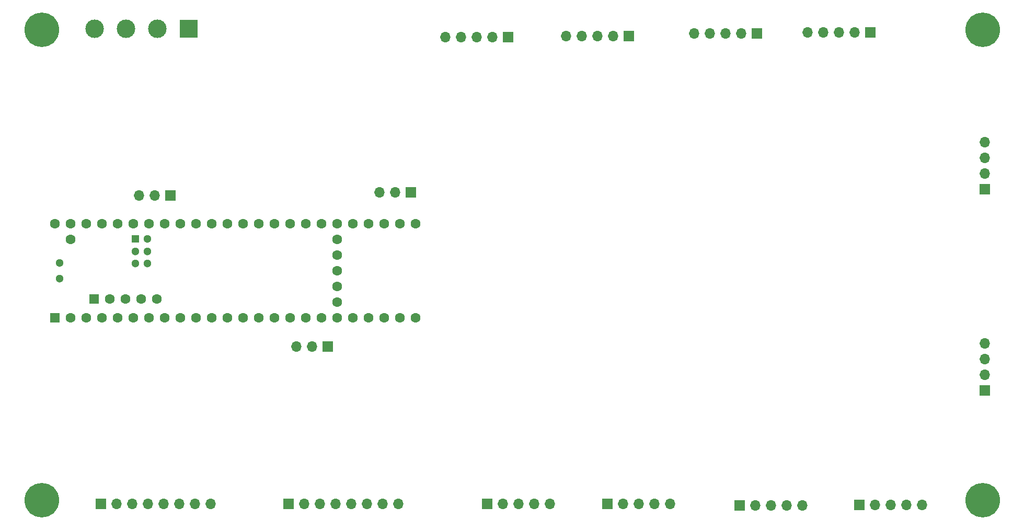
<source format=gbr>
%TF.GenerationSoftware,KiCad,Pcbnew,7.0.5*%
%TF.CreationDate,2023-09-16T15:17:10-07:00*%
%TF.ProjectId,TeensyIrrigation,5465656e-7379-4497-9272-69676174696f,rev?*%
%TF.SameCoordinates,Original*%
%TF.FileFunction,Soldermask,Bot*%
%TF.FilePolarity,Negative*%
%FSLAX46Y46*%
G04 Gerber Fmt 4.6, Leading zero omitted, Abs format (unit mm)*
G04 Created by KiCad (PCBNEW 7.0.5) date 2023-09-16 15:17:10*
%MOMM*%
%LPD*%
G01*
G04 APERTURE LIST*
%ADD10R,1.700000X1.700000*%
%ADD11O,1.700000X1.700000*%
%ADD12C,5.600000*%
%ADD13R,1.600000X1.600000*%
%ADD14C,1.600000*%
%ADD15R,1.300000X1.300000*%
%ADD16C,1.300000*%
%ADD17R,3.000000X3.000000*%
%ADD18C,3.000000*%
G04 APERTURE END LIST*
D10*
%TO.C,J6*%
X167840000Y-134000000D03*
D11*
X170380000Y-134000000D03*
X172920000Y-134000000D03*
X175460000Y-134000000D03*
X178000000Y-134000000D03*
%TD*%
D10*
%TO.C,J20*%
X122500000Y-108500000D03*
D11*
X119960000Y-108500000D03*
X117420000Y-108500000D03*
%TD*%
D12*
%TO.C,J1*%
X76200000Y-57150000D03*
%TD*%
D10*
%TO.C,J15*%
X85760000Y-134000000D03*
D11*
X88300000Y-134000000D03*
X90840000Y-134000000D03*
X93380000Y-134000000D03*
X95920000Y-134000000D03*
X98460000Y-134000000D03*
X101000000Y-134000000D03*
X103540000Y-134000000D03*
%TD*%
D10*
%TO.C,J7*%
X189240000Y-134250000D03*
D11*
X191780000Y-134250000D03*
X194320000Y-134250000D03*
X196860000Y-134250000D03*
X199400000Y-134250000D03*
%TD*%
D10*
%TO.C,J11*%
X171278900Y-58144100D03*
D11*
X168738900Y-58144100D03*
X166198900Y-58144100D03*
X163658900Y-58144100D03*
X161118900Y-58144100D03*
%TD*%
D12*
%TO.C,J3*%
X228600000Y-133350000D03*
%TD*%
D10*
%TO.C,J12*%
X151712500Y-58325000D03*
D11*
X149172500Y-58325000D03*
X146632500Y-58325000D03*
X144092500Y-58325000D03*
X141552500Y-58325000D03*
%TD*%
D13*
%TO.C,U1*%
X78380000Y-103828200D03*
D14*
X80920000Y-103828200D03*
X83460000Y-103828200D03*
X86000000Y-103828200D03*
X88540000Y-103828200D03*
X91080000Y-103828200D03*
X93620000Y-103828200D03*
X96160000Y-103828200D03*
X98700000Y-103828200D03*
X101240000Y-103828200D03*
X103780000Y-103828200D03*
X106320000Y-103828200D03*
X108860000Y-103828200D03*
X111400000Y-103828200D03*
X113940000Y-103828200D03*
X116480000Y-103828200D03*
X119020000Y-103828200D03*
X121560000Y-103828200D03*
X124100000Y-103828200D03*
X126640000Y-103828200D03*
X129180000Y-103828200D03*
X131720000Y-103828200D03*
X134260000Y-103828200D03*
X136800000Y-103828200D03*
X136800000Y-88588200D03*
X134260000Y-88588200D03*
X131720000Y-88588200D03*
X129180000Y-88588200D03*
X126640000Y-88588200D03*
X124100000Y-88588200D03*
X121560000Y-88588200D03*
X119020000Y-88588200D03*
X116480000Y-88588200D03*
X113940000Y-88588200D03*
X111400000Y-88588200D03*
X108860000Y-88588200D03*
X106320000Y-88588200D03*
X103780000Y-88588200D03*
X101240000Y-88588200D03*
X98700000Y-88588200D03*
X96160000Y-88588200D03*
X93620000Y-88588200D03*
X91080000Y-88588200D03*
X88540000Y-88588200D03*
X86000000Y-88588200D03*
X83460000Y-88588200D03*
X80920000Y-88588200D03*
X78380000Y-88588200D03*
X80920000Y-91128200D03*
X124100000Y-101288200D03*
X124100000Y-98748200D03*
X124100000Y-96208200D03*
X124100000Y-93668200D03*
X124100000Y-91128200D03*
D13*
X84679200Y-100777400D03*
D14*
X87219200Y-100777400D03*
X89759200Y-100777400D03*
X92299200Y-100777400D03*
X94839200Y-100777400D03*
D15*
X91350000Y-91026600D03*
D16*
X91350000Y-93026600D03*
X91350000Y-95026600D03*
X93350000Y-95026600D03*
X93350000Y-93026600D03*
X93350000Y-91026600D03*
X79110000Y-94938200D03*
X79110000Y-97478200D03*
%TD*%
D10*
%TO.C,J19*%
X97080000Y-84000000D03*
D11*
X94540000Y-84000000D03*
X92000000Y-84000000D03*
%TD*%
D12*
%TO.C,J4*%
X76200000Y-133350000D03*
%TD*%
D10*
%TO.C,J10*%
X192012500Y-57732500D03*
D11*
X189472500Y-57732500D03*
X186932500Y-57732500D03*
X184392500Y-57732500D03*
X181852500Y-57732500D03*
%TD*%
D10*
%TO.C,J16*%
X116220000Y-134000000D03*
D11*
X118760000Y-134000000D03*
X121300000Y-134000000D03*
X123840000Y-134000000D03*
X126380000Y-134000000D03*
X128920000Y-134000000D03*
X131460000Y-134000000D03*
X134000000Y-134000000D03*
%TD*%
D10*
%TO.C,J9*%
X210382500Y-57582500D03*
D11*
X207842500Y-57582500D03*
X205302500Y-57582500D03*
X202762500Y-57582500D03*
X200222500Y-57582500D03*
%TD*%
D10*
%TO.C,J13*%
X229000000Y-83000000D03*
D11*
X229000000Y-80460000D03*
X229000000Y-77920000D03*
X229000000Y-75380000D03*
%TD*%
D10*
%TO.C,J8*%
X208650000Y-134150000D03*
D11*
X211190000Y-134150000D03*
X213730000Y-134150000D03*
X216270000Y-134150000D03*
X218810000Y-134150000D03*
%TD*%
D12*
%TO.C,J2*%
X228600000Y-57150000D03*
%TD*%
D17*
%TO.C,J17*%
X100000000Y-57000000D03*
D18*
X94920000Y-57000000D03*
X89840000Y-57000000D03*
X84760000Y-57000000D03*
%TD*%
D10*
%TO.C,J5*%
X148380000Y-134000000D03*
D11*
X150920000Y-134000000D03*
X153460000Y-134000000D03*
X156000000Y-134000000D03*
X158540000Y-134000000D03*
%TD*%
D10*
%TO.C,J18*%
X136000000Y-83500000D03*
D11*
X133460000Y-83500000D03*
X130920000Y-83500000D03*
%TD*%
D10*
%TO.C,J14*%
X229000000Y-115620000D03*
D11*
X229000000Y-113080000D03*
X229000000Y-110540000D03*
X229000000Y-108000000D03*
%TD*%
M02*

</source>
